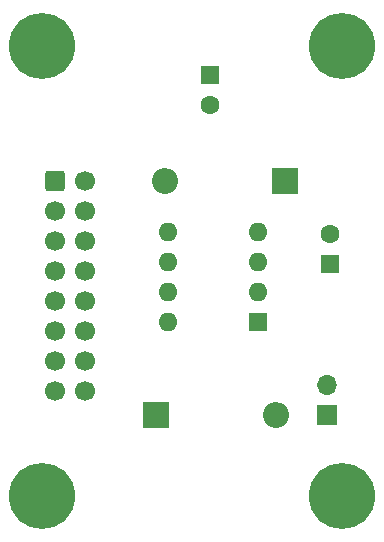
<source format=gbs>
%TF.GenerationSoftware,KiCad,Pcbnew,(6.0.0-0)*%
%TF.CreationDate,2022-06-17T21:09:37+01:00*%
%TF.ProjectId,icl7660-negative-supply-adapter,69636c37-3636-4302-9d6e-656761746976,rev?*%
%TF.SameCoordinates,Original*%
%TF.FileFunction,Soldermask,Bot*%
%TF.FilePolarity,Negative*%
%FSLAX46Y46*%
G04 Gerber Fmt 4.6, Leading zero omitted, Abs format (unit mm)*
G04 Created by KiCad (PCBNEW (6.0.0-0)) date 2022-06-17 21:09:37*
%MOMM*%
%LPD*%
G01*
G04 APERTURE LIST*
G04 Aperture macros list*
%AMRoundRect*
0 Rectangle with rounded corners*
0 $1 Rounding radius*
0 $2 $3 $4 $5 $6 $7 $8 $9 X,Y pos of 4 corners*
0 Add a 4 corners polygon primitive as box body*
4,1,4,$2,$3,$4,$5,$6,$7,$8,$9,$2,$3,0*
0 Add four circle primitives for the rounded corners*
1,1,$1+$1,$2,$3*
1,1,$1+$1,$4,$5*
1,1,$1+$1,$6,$7*
1,1,$1+$1,$8,$9*
0 Add four rect primitives between the rounded corners*
20,1,$1+$1,$2,$3,$4,$5,0*
20,1,$1+$1,$4,$5,$6,$7,0*
20,1,$1+$1,$6,$7,$8,$9,0*
20,1,$1+$1,$8,$9,$2,$3,0*%
G04 Aperture macros list end*
%ADD10R,1.600000X1.600000*%
%ADD11C,1.600000*%
%ADD12O,1.600000X1.600000*%
%ADD13RoundRect,0.250000X-0.600000X-0.600000X0.600000X-0.600000X0.600000X0.600000X-0.600000X0.600000X0*%
%ADD14C,1.700000*%
%ADD15C,5.600000*%
%ADD16R,2.200000X2.200000*%
%ADD17O,2.200000X2.200000*%
%ADD18R,1.700000X1.700000*%
%ADD19O,1.700000X1.700000*%
G04 APERTURE END LIST*
D10*
%TO.C,C2*%
X141986000Y-84495000D03*
D11*
X141986000Y-86995000D03*
%TD*%
D10*
%TO.C,C1*%
X152146000Y-100496380D03*
D11*
X152146000Y-97996380D03*
%TD*%
D10*
%TO.C,U1*%
X146050000Y-105410000D03*
D12*
X146050000Y-102870000D03*
X146050000Y-100330000D03*
X146050000Y-97790000D03*
X138430000Y-97790000D03*
X138430000Y-100330000D03*
X138430000Y-102870000D03*
X138430000Y-105410000D03*
%TD*%
D13*
%TO.C,J2*%
X128883359Y-93472000D03*
D14*
X131423359Y-93472000D03*
X128883359Y-96012000D03*
X131423359Y-96012000D03*
X128883359Y-98552000D03*
X131423359Y-98552000D03*
X128883359Y-101092000D03*
X131423359Y-101092000D03*
X128883359Y-103632000D03*
X131423359Y-103632000D03*
X128883359Y-106172000D03*
X131423359Y-106172000D03*
X128883359Y-108712000D03*
X131423359Y-108712000D03*
X128883359Y-111252000D03*
X131423359Y-111252000D03*
%TD*%
D15*
%TO.C,H4*%
X153162000Y-82042000D03*
%TD*%
%TO.C,H3*%
X153162000Y-120142000D03*
%TD*%
%TO.C,H2*%
X127762000Y-120142000D03*
%TD*%
%TO.C,H1*%
X127762000Y-82042000D03*
%TD*%
D16*
%TO.C,D2*%
X148336000Y-93472000D03*
D17*
X138176000Y-93472000D03*
%TD*%
D16*
%TO.C,D1*%
X137414000Y-113284000D03*
D17*
X147574000Y-113284000D03*
%TD*%
D18*
%TO.C,J1*%
X151892000Y-113284000D03*
D19*
X151892000Y-110744000D03*
%TD*%
M02*

</source>
